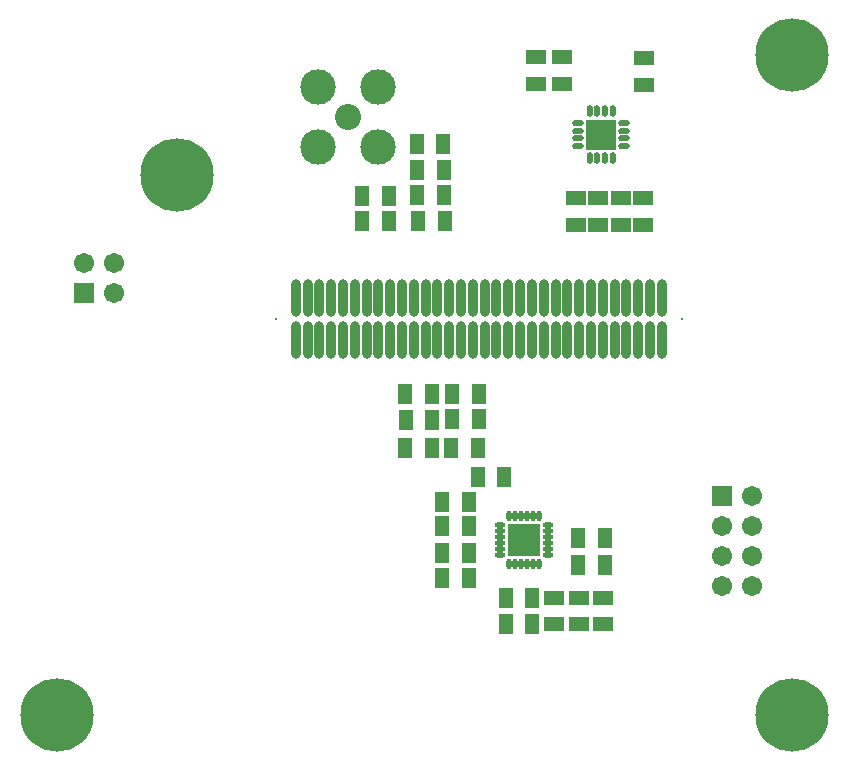
<source format=gbs>
%FSLAX43Y43*%
%MOMM*%
G71*
G01*
G75*
G04 Layer_Color=16711935*
%ADD10R,1.500X1.000*%
%ADD11O,2.200X0.600*%
%ADD12R,1.000X1.500*%
%ADD13R,1.100X3.600*%
%ADD14R,10.550X8.700*%
%ADD15R,2.600X2.200*%
%ADD16C,0.250*%
%ADD17C,0.300*%
%ADD18C,0.200*%
%ADD19C,0.500*%
%ADD20C,1.500*%
%ADD21R,1.500X1.500*%
%ADD22C,2.800*%
%ADD23C,2.000*%
%ADD24R,1.500X1.500*%
%ADD25C,0.800*%
%ADD26C,6.000*%
%ADD27C,0.600*%
%ADD28C,0.660*%
%ADD29C,1.100*%
%ADD30R,2.500X2.500*%
%ADD31O,0.700X0.250*%
%ADD32O,0.250X0.700*%
%ADD33R,2.300X2.300*%
%ADD34O,0.350X0.800*%
%ADD35O,0.800X0.350*%
%ADD36O,0.600X3.000*%
%ADD37C,0.400*%
%ADD38C,0.254*%
%ADD39C,0.203*%
%ADD40R,1.703X1.203*%
%ADD41O,2.403X0.803*%
%ADD42R,1.203X1.703*%
%ADD43R,1.303X3.803*%
%ADD44R,10.753X8.903*%
%ADD45R,2.803X2.403*%
%ADD46C,1.703*%
%ADD47R,1.703X1.703*%
%ADD48C,3.003*%
%ADD49C,2.203*%
%ADD50R,1.703X1.703*%
%ADD51C,0.203*%
%ADD52C,6.203*%
%ADD53R,2.703X2.703*%
%ADD54O,0.903X0.453*%
%ADD55O,0.453X0.903*%
%ADD56R,2.503X2.503*%
%ADD57O,0.553X1.003*%
%ADD58O,1.003X0.553*%
%ADD59O,0.803X3.203*%
%ADD60C,0.803*%
%ADD61C,0.863*%
D40*
X53525Y57175D02*
D03*
Y59425D02*
D03*
X46600Y59475D02*
D03*
Y57225D02*
D03*
X44375Y59475D02*
D03*
Y57225D02*
D03*
X47975Y11500D02*
D03*
Y13750D02*
D03*
X45900Y11500D02*
D03*
Y13750D02*
D03*
X50025Y11500D02*
D03*
Y13750D02*
D03*
X47725Y45300D02*
D03*
Y47550D02*
D03*
X49625Y47550D02*
D03*
Y45300D02*
D03*
X51550Y47550D02*
D03*
Y45300D02*
D03*
X53450Y45300D02*
D03*
Y47550D02*
D03*
D42*
X44050Y13750D02*
D03*
X41800D02*
D03*
X44050Y11500D02*
D03*
X41800D02*
D03*
X39450Y26400D02*
D03*
X37200D02*
D03*
X38675Y19775D02*
D03*
X36425D02*
D03*
Y21850D02*
D03*
X38675D02*
D03*
X38700Y17500D02*
D03*
X36450D02*
D03*
Y15425D02*
D03*
X38700D02*
D03*
X33325Y28800D02*
D03*
X35575D02*
D03*
X33275Y30975D02*
D03*
X35525D02*
D03*
X37250Y28825D02*
D03*
X39500D02*
D03*
X33300Y26375D02*
D03*
X35550D02*
D03*
X39500Y30975D02*
D03*
X37250D02*
D03*
X39450Y23975D02*
D03*
X41700D02*
D03*
X36525Y52150D02*
D03*
X34275D02*
D03*
X31925Y45650D02*
D03*
X29675D02*
D03*
X36575Y47800D02*
D03*
X34325D02*
D03*
X31925Y47775D02*
D03*
X29675D02*
D03*
X34325Y49925D02*
D03*
X36575D02*
D03*
X36625Y45650D02*
D03*
X34375D02*
D03*
X50175Y16500D02*
D03*
X47925D02*
D03*
X50175Y18825D02*
D03*
X47925D02*
D03*
D46*
X62620Y14740D02*
D03*
X60080D02*
D03*
X62620Y17280D02*
D03*
X60080D02*
D03*
X62620Y19820D02*
D03*
X60080D02*
D03*
X62620Y22360D02*
D03*
X6115Y42045D02*
D03*
X8655Y39505D02*
D03*
Y42045D02*
D03*
D47*
X60080Y22360D02*
D03*
D48*
X25910Y56940D02*
D03*
X30990D02*
D03*
Y51860D02*
D03*
X25910D02*
D03*
D49*
X28450Y54400D02*
D03*
D50*
X6115Y39505D02*
D03*
D51*
X56700Y37325D02*
D03*
X22325D02*
D03*
D52*
X3800Y3800D02*
D03*
X66050D02*
D03*
Y59700D02*
D03*
X13975Y49525D02*
D03*
D53*
X43350Y18625D02*
D03*
D54*
X45400Y17375D02*
D03*
Y17875D02*
D03*
Y18375D02*
D03*
Y18875D02*
D03*
Y19375D02*
D03*
Y19875D02*
D03*
X41300D02*
D03*
Y19375D02*
D03*
Y18875D02*
D03*
Y18375D02*
D03*
Y17875D02*
D03*
Y17375D02*
D03*
D55*
X44600Y20675D02*
D03*
X44100D02*
D03*
X43600D02*
D03*
X43100D02*
D03*
X42600D02*
D03*
X42100D02*
D03*
Y16575D02*
D03*
X42600D02*
D03*
X43100D02*
D03*
X43600D02*
D03*
X44100D02*
D03*
X44600D02*
D03*
D56*
X49875Y52950D02*
D03*
D57*
X48900Y51000D02*
D03*
X49550D02*
D03*
X50200D02*
D03*
X50850D02*
D03*
Y54900D02*
D03*
X50200D02*
D03*
X49550D02*
D03*
X48900D02*
D03*
D58*
X51825Y51975D02*
D03*
Y52625D02*
D03*
Y53275D02*
D03*
Y53925D02*
D03*
X47925D02*
D03*
Y53275D02*
D03*
Y52625D02*
D03*
Y51975D02*
D03*
D59*
X34022Y35543D02*
D03*
X33022D02*
D03*
X32021D02*
D03*
X31023D02*
D03*
X30022D02*
D03*
X29021D02*
D03*
X28023D02*
D03*
X27022D02*
D03*
X26021D02*
D03*
X24023Y39122D02*
D03*
X25023D02*
D03*
X26021D02*
D03*
X27022D02*
D03*
X28023D02*
D03*
X29021D02*
D03*
X30022D02*
D03*
X31023D02*
D03*
X32021D02*
D03*
X33022D02*
D03*
X34022D02*
D03*
X35023D02*
D03*
X36021D02*
D03*
X37022D02*
D03*
X38023D02*
D03*
X39021D02*
D03*
X40022D02*
D03*
X41023D02*
D03*
X42021D02*
D03*
X43022D02*
D03*
X44022D02*
D03*
X45023D02*
D03*
X46021D02*
D03*
X47022D02*
D03*
X48023D02*
D03*
X49021D02*
D03*
X50022D02*
D03*
X51023D02*
D03*
X52021D02*
D03*
X53022D02*
D03*
X54022D02*
D03*
X55023D02*
D03*
Y35543D02*
D03*
X54022D02*
D03*
X53022D02*
D03*
X52021D02*
D03*
X51023D02*
D03*
X50022D02*
D03*
X49021D02*
D03*
X48023D02*
D03*
X47022D02*
D03*
X46021D02*
D03*
X45023D02*
D03*
X44022D02*
D03*
X43022D02*
D03*
X42021D02*
D03*
X41023D02*
D03*
X40022D02*
D03*
X39021D02*
D03*
X38023D02*
D03*
X37022D02*
D03*
X36021D02*
D03*
X35023D02*
D03*
X25023D02*
D03*
X24025Y35550D02*
D03*
D60*
X42750Y19225D02*
D03*
Y18025D02*
D03*
X43950Y19225D02*
D03*
Y18025D02*
D03*
D61*
X49275Y52350D02*
D03*
X50475D02*
D03*
X49275Y53550D02*
D03*
X50475D02*
D03*
M02*

</source>
